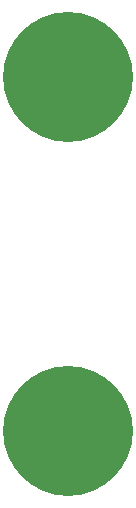
<source format=gbp>
G04 start of page 11 for group -4014 idx -4014 *
G04 Title: 31.001.00.01.01.pcb, bottompaste *
G04 Creator: pcb 4.2.2 *
G04 CreationDate: Sun Jan  3 11:16:11 2021 UTC *
G04 For: bert *
G04 Format: Gerber/RS-274X *
G04 PCB-Dimensions (mil): 3937.01 5905.51 *
G04 PCB-Coordinate-Origin: lower left *
%MOIN*%
%FSLAX25Y25*%
%LNGBP*%
%ADD87C,0.4331*%
G54D87*X99409Y299213D03*
Y417323D03*
M02*

</source>
